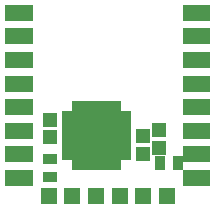
<source format=gts>
%TF.GenerationSoftware,KiCad,Pcbnew,4.0.6*%
%TF.CreationDate,2017-07-19T01:35:51+03:00*%
%TF.ProjectId,esp12_atmega_addon,65737031325F61746D6567615F616464,rev?*%
%TF.FileFunction,Soldermask,Top*%
%FSLAX46Y46*%
G04 Gerber Fmt 4.6, Leading zero omitted, Abs format (unit mm)*
G04 Created by KiCad (PCBNEW 4.0.6) date 07/19/17 01:35:51*
%MOMM*%
%LPD*%
G01*
G04 APERTURE LIST*
%ADD10C,0.100000*%
%ADD11R,1.400000X1.400000*%
%ADD12R,1.150000X1.200000*%
%ADD13R,1.100000X0.650000*%
%ADD14R,0.650000X1.100000*%
%ADD15R,2.125000X2.125000*%
%ADD16R,1.300000X0.900000*%
%ADD17R,0.900000X1.300000*%
G04 APERTURE END LIST*
D10*
D11*
X-17498900Y-9503600D03*
X-17498900Y-11503600D03*
X-16498900Y-11503600D03*
X-17498900Y-13503600D03*
X-17498900Y-15503600D03*
X-17498900Y-17503600D03*
X-17498900Y-19503600D03*
X-17498900Y-21503600D03*
X-17498900Y-23503600D03*
X-16498900Y-13503600D03*
X-16498900Y-15503600D03*
X-16498900Y-17503600D03*
X-16498900Y-19503600D03*
X-16498900Y-21503600D03*
X-16498900Y-23503600D03*
X-16498900Y-9503600D03*
X-14498900Y-25003600D03*
X-12498900Y-25003600D03*
X-10498900Y-25003600D03*
X-8498900Y-25003600D03*
X-6498900Y-25003600D03*
X-4498900Y-25003600D03*
X-1498900Y-23503600D03*
X-1498900Y-21503600D03*
X-1498900Y-19503600D03*
X-1498900Y-17503600D03*
X-1498900Y-15503600D03*
X-1498900Y-13503600D03*
X-1498900Y-11503600D03*
X-1498900Y-9503600D03*
X-2498900Y-23503600D03*
X-2498900Y-21503600D03*
X-2498900Y-19503600D03*
X-2498900Y-17503600D03*
X-2498900Y-15503600D03*
X-2498900Y-13503600D03*
X-2498900Y-11503600D03*
X-2498900Y-9503600D03*
D12*
X-14400000Y-20050000D03*
X-14400000Y-18550000D03*
X-6500000Y-21450000D03*
X-6500000Y-19950000D03*
X-5200000Y-20950000D03*
X-5200000Y-19450000D03*
D13*
X-12850000Y-18150000D03*
X-12850000Y-18650000D03*
X-12850000Y-19150000D03*
X-12850000Y-19650000D03*
X-12850000Y-20150000D03*
X-12850000Y-20650000D03*
X-12850000Y-21150000D03*
X-12850000Y-21650000D03*
D14*
X-12200000Y-22300000D03*
X-11700000Y-22300000D03*
X-11200000Y-22300000D03*
X-10700000Y-22300000D03*
X-10200000Y-22300000D03*
X-9700000Y-22300000D03*
X-9200000Y-22300000D03*
X-8700000Y-22300000D03*
D13*
X-8050000Y-21650000D03*
X-8050000Y-21150000D03*
X-8050000Y-20650000D03*
X-8050000Y-20150000D03*
X-8050000Y-19650000D03*
X-8050000Y-19150000D03*
X-8050000Y-18650000D03*
X-8050000Y-18150000D03*
D14*
X-8700000Y-17500000D03*
X-9200000Y-17500000D03*
X-9700000Y-17500000D03*
X-10200000Y-17500000D03*
X-10700000Y-17500000D03*
X-11200000Y-17500000D03*
X-11700000Y-17500000D03*
X-12200000Y-17500000D03*
D15*
X-9587500Y-20762500D03*
X-9587500Y-19037500D03*
X-11312500Y-20762500D03*
X-11312500Y-19037500D03*
D16*
X-14400000Y-21900000D03*
X-14400000Y-23400000D03*
D17*
X-3600000Y-22200000D03*
X-5100000Y-22200000D03*
M02*

</source>
